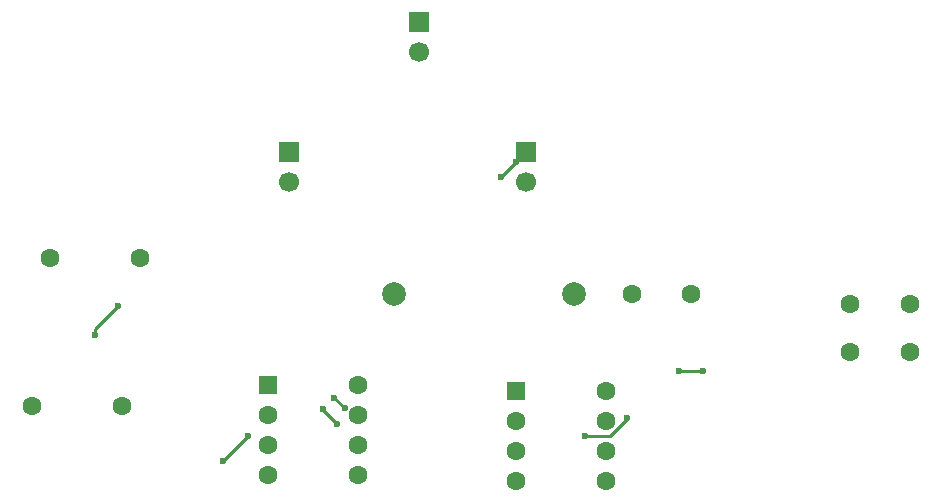
<source format=gbr>
%TF.GenerationSoftware,KiCad,Pcbnew,9.0.3-9.0.3-0~ubuntu24.04.1*%
%TF.CreationDate,2025-12-18T18:23:40+05:30*%
%TF.ProjectId,Class_D_Amp_Discrete,436c6173-735f-4445-9f41-6d705f446973,rev?*%
%TF.SameCoordinates,Original*%
%TF.FileFunction,Copper,L2,Bot*%
%TF.FilePolarity,Positive*%
%FSLAX46Y46*%
G04 Gerber Fmt 4.6, Leading zero omitted, Abs format (unit mm)*
G04 Created by KiCad (PCBNEW 9.0.3-9.0.3-0~ubuntu24.04.1) date 2025-12-18 18:23:40*
%MOMM*%
%LPD*%
G01*
G04 APERTURE LIST*
G04 Aperture macros list*
%AMRoundRect*
0 Rectangle with rounded corners*
0 $1 Rounding radius*
0 $2 $3 $4 $5 $6 $7 $8 $9 X,Y pos of 4 corners*
0 Add a 4 corners polygon primitive as box body*
4,1,4,$2,$3,$4,$5,$6,$7,$8,$9,$2,$3,0*
0 Add four circle primitives for the rounded corners*
1,1,$1+$1,$2,$3*
1,1,$1+$1,$4,$5*
1,1,$1+$1,$6,$7*
1,1,$1+$1,$8,$9*
0 Add four rect primitives between the rounded corners*
20,1,$1+$1,$2,$3,$4,$5,0*
20,1,$1+$1,$4,$5,$6,$7,0*
20,1,$1+$1,$6,$7,$8,$9,0*
20,1,$1+$1,$8,$9,$2,$3,0*%
G04 Aperture macros list end*
%TA.AperFunction,ComponentPad*%
%ADD10C,1.600000*%
%TD*%
%TA.AperFunction,ComponentPad*%
%ADD11RoundRect,0.250000X-0.550000X-0.550000X0.550000X-0.550000X0.550000X0.550000X-0.550000X0.550000X0*%
%TD*%
%TA.AperFunction,ComponentPad*%
%ADD12C,1.700000*%
%TD*%
%TA.AperFunction,ComponentPad*%
%ADD13R,1.700000X1.700000*%
%TD*%
%TA.AperFunction,ComponentPad*%
%ADD14C,2.000000*%
%TD*%
%TA.AperFunction,ViaPad*%
%ADD15C,0.600000*%
%TD*%
%TA.AperFunction,Conductor*%
%ADD16C,0.250000*%
%TD*%
G04 APERTURE END LIST*
D10*
%TO.P,R2,1*%
%TO.N,Net-(U1-DIS)*%
X131690000Y-99500000D03*
%TO.P,R2,2*%
%TO.N,Net-(U1-THR)*%
X139310000Y-99500000D03*
%TD*%
%TO.P,R1,1*%
%TO.N,VDC*%
X133190000Y-87000000D03*
%TO.P,R1,2*%
%TO.N,Net-(U1-DIS)*%
X140810000Y-87000000D03*
%TD*%
D11*
%TO.P,U1,1,GND*%
%TO.N,GND*%
X151695000Y-97690000D03*
D10*
%TO.P,U1,2,TR*%
%TO.N,Net-(U1-THR)*%
X151695000Y-100230000D03*
%TO.P,U1,3,Q*%
%TO.N,unconnected-(U1-Q-Pad3)*%
X151695000Y-102770000D03*
%TO.P,U1,4,R*%
%TO.N,VDC*%
X151695000Y-105310000D03*
%TO.P,U1,5,CV*%
%TO.N,Net-(U1-CV)*%
X159315000Y-105310000D03*
%TO.P,U1,6,THR*%
%TO.N,Net-(U1-THR)*%
X159315000Y-102770000D03*
%TO.P,U1,7,DIS*%
%TO.N,Net-(U1-DIS)*%
X159315000Y-100230000D03*
%TO.P,U1,8,VCC*%
%TO.N,VDC*%
X159315000Y-97690000D03*
%TD*%
%TO.P,U2,8,NC*%
%TO.N,unconnected-(U2-NC-Pad8)*%
X180315000Y-98190000D03*
%TO.P,U2,7,V+*%
%TO.N,VDC*%
X180315000Y-100730000D03*
%TO.P,U2,6*%
%TO.N,Net-(L1-Pad1)*%
X180315000Y-103270000D03*
%TO.P,U2,5,NULL*%
%TO.N,unconnected-(U2-NULL-Pad5)*%
X180315000Y-105810000D03*
%TO.P,U2,4,V-*%
%TO.N,GND*%
X172695000Y-105810000D03*
%TO.P,U2,3,+*%
%TO.N,Net-(J2-Pin_1)*%
X172695000Y-103270000D03*
%TO.P,U2,2,-*%
%TO.N,Net-(U1-THR)*%
X172695000Y-100730000D03*
D11*
%TO.P,U2,1,NULL*%
%TO.N,unconnected-(U2-NULL-Pad1)*%
X172695000Y-98190000D03*
%TD*%
D10*
%TO.P,C2,1*%
%TO.N,Net-(U1-CV)*%
X201000000Y-94950000D03*
%TO.P,C2,2*%
%TO.N,GND*%
X206000000Y-94950000D03*
%TD*%
D12*
%TO.P,J3,2,Pin_2*%
%TO.N,GND*%
X173500000Y-80540000D03*
D13*
%TO.P,J3,1,Pin_1*%
%TO.N,Net-(J3-Pin_1)*%
X173500000Y-78000000D03*
%TD*%
D12*
%TO.P,J2,2,Pin_2*%
%TO.N,GND*%
X153500000Y-80540000D03*
D13*
%TO.P,J2,1,Pin_1*%
%TO.N,Net-(J2-Pin_1)*%
X153500000Y-78000000D03*
%TD*%
D12*
%TO.P,J1,2,Pin_2*%
%TO.N,GND*%
X164500000Y-69540000D03*
D13*
%TO.P,J1,1,Pin_1*%
%TO.N,VDC*%
X164500000Y-67000000D03*
%TD*%
D14*
%TO.P,L1,2,2*%
%TO.N,Net-(J3-Pin_1)*%
X177615000Y-90000000D03*
%TO.P,L1,1,1*%
%TO.N,Net-(L1-Pad1)*%
X162375000Y-90000000D03*
%TD*%
D10*
%TO.P,C3,2*%
%TO.N,GND*%
X187500000Y-90000000D03*
%TO.P,C3,1*%
%TO.N,Net-(J3-Pin_1)*%
X182500000Y-90000000D03*
%TD*%
%TO.P,C1,2*%
%TO.N,GND*%
X206000000Y-90900000D03*
%TO.P,C1,1*%
%TO.N,Net-(U1-THR)*%
X201000000Y-90900000D03*
%TD*%
D15*
%TO.N,Net-(J3-Pin_1)*%
X172685397Y-78814603D03*
X171412603Y-80087397D03*
%TO.N,Net-(U1-DIS)*%
X158194442Y-99694442D03*
X157310558Y-98810558D03*
%TO.N,Net-(U1-THR)*%
X182066000Y-100482301D03*
X188500000Y-96500000D03*
X178500000Y-102000000D03*
X186500000Y-96500000D03*
X156333058Y-99788058D03*
X157513347Y-101013347D03*
X150000000Y-102000000D03*
X147856855Y-104143144D03*
%TO.N,Net-(U1-DIS)*%
X137000000Y-93500000D03*
X139000000Y-91000000D03*
%TD*%
D16*
%TO.N,Net-(J3-Pin_1)*%
X172685397Y-78814603D02*
X171412603Y-80087397D01*
%TO.N,Net-(U1-DIS)*%
X158194442Y-99694442D02*
X157310558Y-98810558D01*
%TO.N,Net-(U1-THR)*%
X188500000Y-96500000D02*
X186500000Y-96500000D01*
X180637405Y-102000000D02*
X178500000Y-102000000D01*
X182066000Y-100571405D02*
X180637405Y-102000000D01*
X182066000Y-100482301D02*
X182066000Y-100571405D01*
X157513347Y-101013347D02*
X156333058Y-99833058D01*
X156333058Y-99833058D02*
X156333058Y-99788058D01*
X150000000Y-102000000D02*
X148000000Y-104000000D01*
X148000000Y-104000000D02*
X147925001Y-104000000D01*
X147925001Y-104000000D02*
X147856855Y-104068146D01*
X147856855Y-104068146D02*
X147856855Y-104143144D01*
%TO.N,Net-(U1-DIS)*%
X137000000Y-93500000D02*
X137000000Y-93000000D01*
X137000000Y-93000000D02*
X139000000Y-91000000D01*
%TD*%
M02*

</source>
